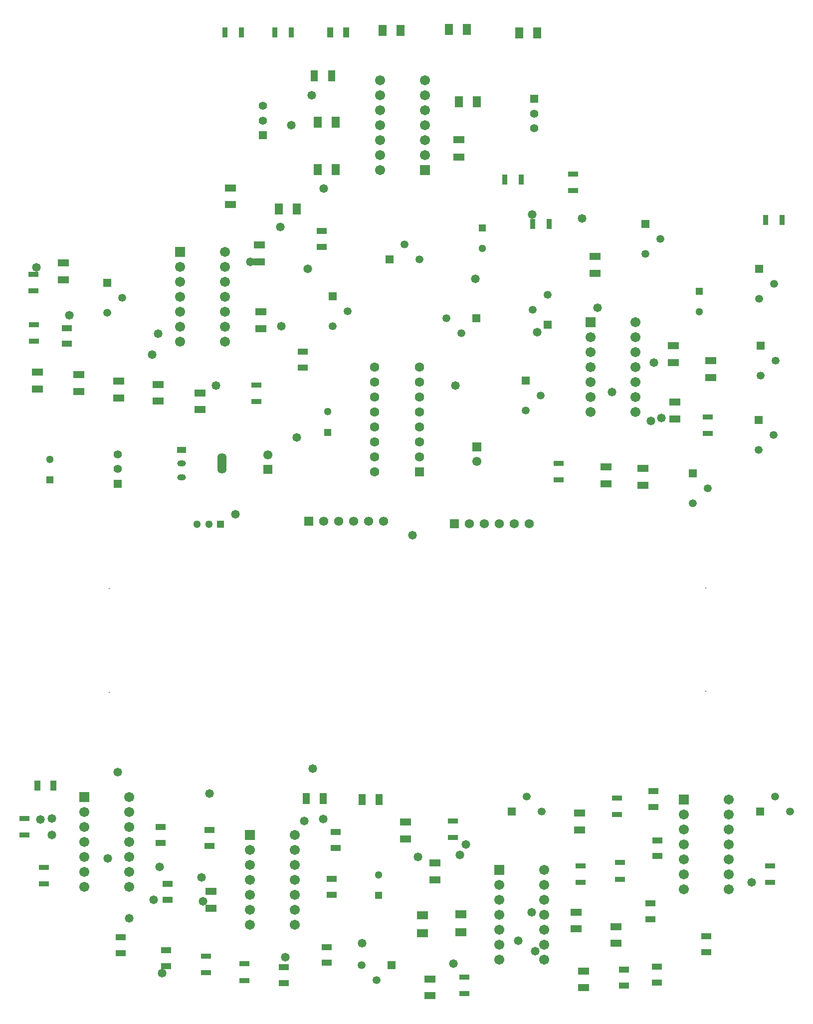
<source format=gts>
G04*
G04 #@! TF.GenerationSoftware,Altium Limited,Altium Designer,24.1.2 (44)*
G04*
G04 Layer_Color=8388736*
%FSLAX44Y44*%
%MOMM*%
G71*
G04*
G04 #@! TF.SameCoordinates,85EAEC8C-3496-431A-917F-130F63ABBC40*
G04*
G04*
G04 #@! TF.FilePolarity,Negative*
G04*
G01*
G75*
%ADD19R,1.7000X0.9500*%
%ADD20R,1.5042X0.9985*%
G04:AMPARAMS|DCode=21|XSize=1.5042mm|YSize=0.9985mm|CornerRadius=0.4993mm|HoleSize=0mm|Usage=FLASHONLY|Rotation=0.000|XOffset=0mm|YOffset=0mm|HoleType=Round|Shape=RoundedRectangle|*
%AMROUNDEDRECTD21*
21,1,1.5042,0.0000,0,0,0.0*
21,1,0.5057,0.9985,0,0,0.0*
1,1,0.9985,0.2528,0.0000*
1,1,0.9985,-0.2528,0.0000*
1,1,0.9985,-0.2528,0.0000*
1,1,0.9985,0.2528,0.0000*
%
%ADD21ROUNDEDRECTD21*%
G04:AMPARAMS|DCode=22|XSize=1.5042mm|YSize=3.3082mm|CornerRadius=0.4964mm|HoleSize=0mm|Usage=FLASHONLY|Rotation=0.000|XOffset=0mm|YOffset=0mm|HoleType=Round|Shape=RoundedRectangle|*
%AMROUNDEDRECTD22*
21,1,1.5042,2.3155,0,0,0.0*
21,1,0.5114,3.3082,0,0,0.0*
1,1,0.9927,0.2557,-1.1577*
1,1,0.9927,-0.2557,-1.1577*
1,1,0.9927,-0.2557,1.1577*
1,1,0.9927,0.2557,1.1577*
%
%ADD22ROUNDEDRECTD22*%
%ADD25R,0.9500X1.7000*%
%ADD26R,1.3561X1.8582*%
%ADD29R,1.8582X1.3561*%
%ADD30R,1.8532X1.3032*%
%ADD31R,1.3032X1.8532*%
%ADD32R,1.8032X1.1032*%
%ADD33R,1.7532X1.1032*%
%ADD34R,1.1032X1.8032*%
%ADD35R,1.3032X1.9032*%
%ADD36R,1.9032X1.3032*%
%ADD37C,1.3432*%
%ADD38R,1.3432X1.3432*%
%ADD39C,1.5700*%
%ADD40R,1.5700X1.5700*%
%ADD41C,1.3000*%
%ADD42R,1.3000X1.3000*%
%ADD43R,1.3000X1.3000*%
%ADD44R,1.7032X1.7032*%
%ADD45C,1.7032*%
%ADD46R,1.4000X1.4000*%
%ADD47C,1.4000*%
%ADD48R,1.3432X1.3432*%
%ADD49R,1.6032X1.6032*%
%ADD50C,1.6032*%
%ADD51R,1.5500X1.5500*%
%ADD52C,1.5500*%
%ADD53C,0.2032*%
%ADD54C,1.4732*%
D19*
X427863Y833076D02*
D03*
Y805076D02*
D03*
X49926Y992860D02*
D03*
Y1020860D02*
D03*
X50770Y935996D02*
D03*
Y907996D02*
D03*
X67554Y-13374D02*
D03*
Y14626D02*
D03*
X34417Y97778D02*
D03*
Y69778D02*
D03*
X941622Y700247D02*
D03*
Y672247D02*
D03*
X965543Y1191239D02*
D03*
Y1163239D02*
D03*
X1194084Y779336D02*
D03*
Y751336D02*
D03*
X978945Y16883D02*
D03*
Y-11118D02*
D03*
X761740Y65476D02*
D03*
Y93476D02*
D03*
X1045249Y22599D02*
D03*
Y-5401D02*
D03*
X1040677Y104344D02*
D03*
Y132344D02*
D03*
X781173Y-171743D02*
D03*
Y-199743D02*
D03*
X1300670Y16734D02*
D03*
Y-11266D02*
D03*
X407608Y-177277D02*
D03*
Y-149277D02*
D03*
X342787Y-136484D02*
D03*
Y-164484D02*
D03*
D20*
X301076Y722969D02*
D03*
D21*
Y699969D02*
D03*
Y676969D02*
D03*
D22*
X370076Y699969D02*
D03*
D25*
X374626Y1432185D02*
D03*
X402626D02*
D03*
X487358Y1432185D02*
D03*
X459357D02*
D03*
X1292477Y1113426D02*
D03*
X1320477D02*
D03*
X897160Y1106994D02*
D03*
X925160D02*
D03*
X849575Y1181771D02*
D03*
X877574D02*
D03*
D26*
X642425Y1435157D02*
D03*
X672947D02*
D03*
X755401Y1436644D02*
D03*
X785923D02*
D03*
X772074Y1313728D02*
D03*
X802595D02*
D03*
X874323Y1430698D02*
D03*
X904844D02*
D03*
X532685Y1279580D02*
D03*
X563206D02*
D03*
X466642Y1132123D02*
D03*
X497163D02*
D03*
X532286Y1198674D02*
D03*
X562808D02*
D03*
D29*
X710296Y-66452D02*
D03*
Y-96973D02*
D03*
X775458Y-95830D02*
D03*
Y-65309D02*
D03*
D30*
X730918Y-6571D02*
D03*
Y21929D02*
D03*
X433157Y1042318D02*
D03*
Y1070818D02*
D03*
X261648Y805892D02*
D03*
Y834393D02*
D03*
X194183Y811233D02*
D03*
Y839734D02*
D03*
X332202Y791369D02*
D03*
Y819869D02*
D03*
X435452Y928867D02*
D03*
Y957368D02*
D03*
X126695Y822201D02*
D03*
Y850701D02*
D03*
X56675Y826509D02*
D03*
Y855010D02*
D03*
X383955Y1139332D02*
D03*
Y1167832D02*
D03*
X100742Y1011787D02*
D03*
Y1040288D02*
D03*
X1199595Y846153D02*
D03*
Y874654D02*
D03*
X1136255Y871470D02*
D03*
Y899970D02*
D03*
X1021666Y665751D02*
D03*
Y694251D02*
D03*
X1002932Y1022977D02*
D03*
Y1051477D02*
D03*
X976658Y106913D02*
D03*
Y78412D02*
D03*
X681716Y62940D02*
D03*
Y91440D02*
D03*
X722871Y-203422D02*
D03*
Y-174922D02*
D03*
X983517Y-161204D02*
D03*
Y-189704D02*
D03*
X1038283Y-114488D02*
D03*
Y-85988D02*
D03*
X971271Y-89855D02*
D03*
Y-61355D02*
D03*
X351316Y-54710D02*
D03*
Y-26209D02*
D03*
D31*
X541790Y131226D02*
D03*
X513290D02*
D03*
D32*
X539540Y1067531D02*
D03*
Y1094531D02*
D03*
X507099Y862565D02*
D03*
Y889565D02*
D03*
X348758Y51095D02*
D03*
Y78094D02*
D03*
X275408Y-152896D02*
D03*
Y-125897D02*
D03*
X197793Y-130721D02*
D03*
Y-103721D02*
D03*
X266026Y83065D02*
D03*
Y56066D02*
D03*
X277113Y-40313D02*
D03*
Y-13314D02*
D03*
X1102465Y144309D02*
D03*
Y117310D02*
D03*
X1109071Y60594D02*
D03*
Y33594D02*
D03*
X1191577Y-129508D02*
D03*
Y-102509D02*
D03*
X562825Y74903D02*
D03*
Y47903D02*
D03*
X474987Y-181895D02*
D03*
Y-154895D02*
D03*
X547522Y-147541D02*
D03*
Y-120541D02*
D03*
X555966Y-32119D02*
D03*
Y-5120D02*
D03*
X1108125Y-180952D02*
D03*
Y-153952D02*
D03*
X1052048Y-185853D02*
D03*
Y-158853D02*
D03*
X1096693Y-73274D02*
D03*
Y-46274D02*
D03*
D33*
X106448Y929843D02*
D03*
Y903344D02*
D03*
D34*
X83607Y153755D02*
D03*
X56607D02*
D03*
X580508Y1432185D02*
D03*
X553508D02*
D03*
D35*
X555668Y1357876D02*
D03*
X526668D02*
D03*
X636771Y129776D02*
D03*
X607771D02*
D03*
D36*
X772074Y1220436D02*
D03*
Y1249436D02*
D03*
X1084557Y662964D02*
D03*
Y691965D02*
D03*
X1138972Y775636D02*
D03*
Y804637D02*
D03*
D37*
X1280749Y723219D02*
D03*
X1306149Y748619D02*
D03*
X582780Y958568D02*
D03*
X557379Y933168D02*
D03*
X200135Y981551D02*
D03*
X174735Y956151D02*
D03*
X632434Y-176595D02*
D03*
X607034Y-151195D02*
D03*
X679344Y1072097D02*
D03*
X704744Y1046697D02*
D03*
X887270Y134871D02*
D03*
X912670Y109471D02*
D03*
X1114439Y1081594D02*
D03*
X1089039Y1056194D02*
D03*
X1307419Y1005159D02*
D03*
X1282019Y979759D02*
D03*
X897267Y961178D02*
D03*
X922667Y986578D02*
D03*
X910869Y815461D02*
D03*
X885469Y790061D02*
D03*
X1308432Y134599D02*
D03*
X1333832Y109199D02*
D03*
X775908Y921075D02*
D03*
X750508Y946475D02*
D03*
X1309959Y874349D02*
D03*
X1284559Y848949D02*
D03*
X1194084Y657869D02*
D03*
X1168684Y632469D02*
D03*
D38*
X1280749Y774019D02*
D03*
X557379Y983968D02*
D03*
X174735Y1006951D02*
D03*
X1089039Y1106994D02*
D03*
X1282019Y1030559D02*
D03*
X922667Y935778D02*
D03*
X885469Y840861D02*
D03*
X1284559Y899749D02*
D03*
X1168684Y683269D02*
D03*
D39*
X644337Y601959D02*
D03*
X618937D02*
D03*
X593537D02*
D03*
X568137D02*
D03*
X542737D02*
D03*
X891681Y597503D02*
D03*
X866281D02*
D03*
X840881D02*
D03*
X815481D02*
D03*
X790081D02*
D03*
D40*
X517337Y601959D02*
D03*
X764681Y597503D02*
D03*
D41*
X327573Y597056D02*
D03*
X347573D02*
D03*
X549408Y788017D02*
D03*
X1179678Y957562D02*
D03*
X811457Y1065196D02*
D03*
X78113Y706969D02*
D03*
X635989Y2092D02*
D03*
D42*
X367573Y597056D02*
D03*
D43*
X549408Y753017D02*
D03*
X1179678Y992561D02*
D03*
X811457Y1100196D02*
D03*
X78113Y671969D02*
D03*
X635989Y-32908D02*
D03*
D44*
X299055Y1059224D02*
D03*
X136031Y134298D02*
D03*
X714498Y1198132D02*
D03*
X840245Y10492D02*
D03*
X995683Y939959D02*
D03*
X417271Y69857D02*
D03*
X1153477Y129383D02*
D03*
D45*
X299055Y1033824D02*
D03*
Y1008424D02*
D03*
Y983024D02*
D03*
Y957624D02*
D03*
Y932224D02*
D03*
Y906824D02*
D03*
X375255Y1059224D02*
D03*
Y1033824D02*
D03*
Y1008424D02*
D03*
Y983024D02*
D03*
Y957624D02*
D03*
Y932224D02*
D03*
Y906824D02*
D03*
X136031Y108898D02*
D03*
Y83498D02*
D03*
Y58098D02*
D03*
Y32698D02*
D03*
Y7298D02*
D03*
Y-18102D02*
D03*
X212231Y134298D02*
D03*
Y108898D02*
D03*
Y83498D02*
D03*
Y58098D02*
D03*
Y32698D02*
D03*
Y7298D02*
D03*
Y-18102D02*
D03*
X714498Y1223532D02*
D03*
Y1248932D02*
D03*
Y1274332D02*
D03*
Y1299732D02*
D03*
Y1325132D02*
D03*
Y1350532D02*
D03*
X638298Y1198132D02*
D03*
Y1223532D02*
D03*
Y1248932D02*
D03*
Y1274332D02*
D03*
Y1299732D02*
D03*
Y1325132D02*
D03*
Y1350532D02*
D03*
X840245Y-14908D02*
D03*
Y-40308D02*
D03*
Y-65708D02*
D03*
Y-91108D02*
D03*
Y-116508D02*
D03*
Y-141908D02*
D03*
X916445Y10492D02*
D03*
Y-14908D02*
D03*
Y-40308D02*
D03*
Y-65708D02*
D03*
Y-91108D02*
D03*
Y-116508D02*
D03*
Y-141908D02*
D03*
X995683Y914559D02*
D03*
Y889159D02*
D03*
Y863759D02*
D03*
Y838359D02*
D03*
Y812959D02*
D03*
Y787559D02*
D03*
X1071883Y939959D02*
D03*
Y914559D02*
D03*
Y889159D02*
D03*
Y863759D02*
D03*
Y838359D02*
D03*
Y812959D02*
D03*
Y787559D02*
D03*
X417271Y44457D02*
D03*
Y19057D02*
D03*
Y-6343D02*
D03*
Y-31743D02*
D03*
Y-57143D02*
D03*
Y-82543D02*
D03*
X493471Y69857D02*
D03*
Y44457D02*
D03*
Y19057D02*
D03*
Y-6343D02*
D03*
Y-31743D02*
D03*
Y-57143D02*
D03*
Y-82543D02*
D03*
X1153477Y103983D02*
D03*
Y78583D02*
D03*
Y53183D02*
D03*
Y27783D02*
D03*
Y2383D02*
D03*
Y-23017D02*
D03*
X1229677Y129383D02*
D03*
Y103983D02*
D03*
Y78583D02*
D03*
Y53183D02*
D03*
Y27783D02*
D03*
Y2383D02*
D03*
Y-23017D02*
D03*
D46*
X193109Y665820D02*
D03*
X899414Y1318937D02*
D03*
X439158Y1257021D02*
D03*
D47*
X193109Y690821D02*
D03*
Y715821D02*
D03*
X899414Y1293937D02*
D03*
Y1268936D02*
D03*
X439158Y1282020D02*
D03*
Y1307021D02*
D03*
D48*
X657833Y-151195D02*
D03*
X653944Y1046697D02*
D03*
X861870Y109471D02*
D03*
X1283032Y109199D02*
D03*
X801308Y946475D02*
D03*
D49*
X705242Y685712D02*
D03*
D50*
Y711112D02*
D03*
Y736512D02*
D03*
Y761912D02*
D03*
Y787312D02*
D03*
Y812712D02*
D03*
Y838112D02*
D03*
Y863512D02*
D03*
X629042Y685712D02*
D03*
Y711112D02*
D03*
Y736512D02*
D03*
Y761912D02*
D03*
Y787312D02*
D03*
Y812712D02*
D03*
Y838112D02*
D03*
Y863512D02*
D03*
D51*
X448106Y689755D02*
D03*
X802793Y728478D02*
D03*
D52*
X448106Y714756D02*
D03*
X802793Y703477D02*
D03*
D53*
X178517Y311897D02*
D03*
Y487429D02*
D03*
X1191153Y313230D02*
D03*
Y488762D02*
D03*
D54*
X193192Y176484D02*
D03*
X904532Y922835D02*
D03*
X1115962Y777576D02*
D03*
X762259Y-148487D02*
D03*
X773336Y36009D02*
D03*
X80862Y97778D02*
D03*
X61603Y95628D02*
D03*
X702191Y32493D02*
D03*
X1098181Y772128D02*
D03*
X360053Y832765D02*
D03*
X487358Y1274332D02*
D03*
X872625Y-109528D02*
D03*
X477401Y-137955D02*
D03*
X470797Y933168D02*
D03*
X783725Y53201D02*
D03*
X1268865Y-11266D02*
D03*
X81481Y69778D02*
D03*
X693047Y578085D02*
D03*
X175903Y29699D02*
D03*
X212231Y-71647D02*
D03*
X261755Y920323D02*
D03*
X417711Y1042143D02*
D03*
X469019Y1101579D02*
D03*
X54999Y1032745D02*
D03*
X607703Y-114065D02*
D03*
X901238Y-128035D02*
D03*
X337828Y-42691D02*
D03*
X542171Y1166857D02*
D03*
X264295Y15475D02*
D03*
X254135Y-40913D02*
D03*
X515293Y1030413D02*
D03*
X799981Y1013441D02*
D03*
X251595Y884790D02*
D03*
X541790Y96291D02*
D03*
X524137Y181845D02*
D03*
X111133Y951465D02*
D03*
X1007245Y964165D02*
D03*
X1031629Y821671D02*
D03*
X766199Y832085D02*
D03*
X268105Y-164611D02*
D03*
X895231Y-61536D02*
D03*
X348877Y139427D02*
D03*
X496959Y743947D02*
D03*
X392311Y613645D02*
D03*
X1102749Y871470D02*
D03*
X981083Y1116311D02*
D03*
X335415Y-2305D02*
D03*
X896247Y1122661D02*
D03*
X509913Y93199D02*
D03*
X521851Y1325353D02*
D03*
M02*

</source>
